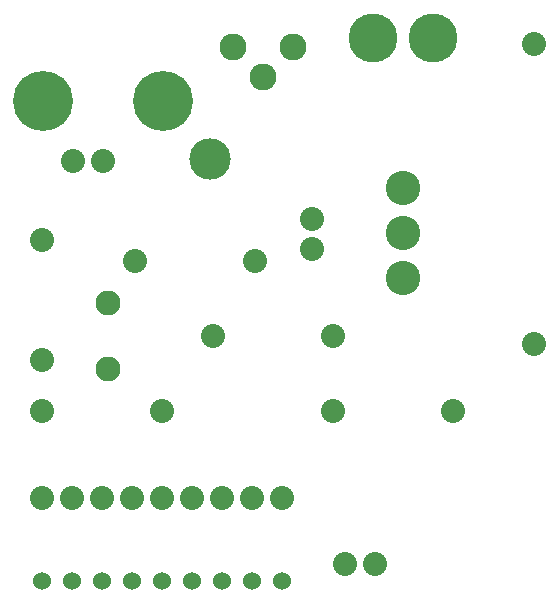
<source format=gbr>
G04 start of page 4 for group 7 layer_idx 4 *
G04 Title: (unknown), Intern *
G04 Creator: pcb-rnd 2.0.0 *
G04 CreationDate: 2018-06-06 15:15:13 UTC *
G04 For:  *
G04 Format: Gerber/RS-274X *
G04 PCB-Dimensions: 500000 500000 *
G04 PCB-Coordinate-Origin: lower left *
%MOIN*%
%FSLAX25Y25*%
%LNGROUP7*%
%ADD56C,0.0730*%
%ADD55C,0.0320*%
%ADD54C,0.0790*%
%ADD53C,0.0420*%
%ADD52C,0.0400*%
%ADD51C,0.0394*%
%ADD50C,0.0472*%
%ADD49C,0.1630*%
%ADD48C,0.0900*%
%ADD47C,0.1150*%
%ADD46C,0.2000*%
%ADD45C,0.0600*%
%ADD44C,0.0800*%
%ADD43C,0.1378*%
%ADD42C,0.0828*%
G54D42*X231000Y290660D03*
G54D43*X265000Y360660D03*
G54D42*X231000Y312660D03*
G54D44*X266000Y301660D03*
X240000Y326660D03*
X259000Y247660D03*
X269000D03*
X249000Y276660D03*
G54D45*X229001Y220273D03*
G54D44*X239000Y247660D03*
X249000D03*
X279000D03*
X280000Y326660D03*
X289000Y247660D03*
G54D45*X259001Y220273D03*
X249001D03*
X239001D03*
G54D44*X299000Y340660D03*
X306000Y276660D03*
Y301660D03*
X209000Y333660D03*
G54D46*X209500Y380160D03*
X249500D03*
G54D44*X219500Y360160D03*
X229500D03*
G54D47*X329500Y336000D03*
Y351000D03*
G54D48*X282880Y388000D03*
G54D44*X299000Y330660D03*
G54D47*X329500Y321000D03*
G54D44*X373000Y399160D03*
G54D49*X339500Y401000D03*
X319500D03*
G54D48*X272880Y398000D03*
X292880D03*
G54D44*X373000Y299160D03*
X209000Y293660D03*
X346000Y276660D03*
X209000D03*
G54D45*X219001Y220273D03*
X209001D03*
G54D44*X320000Y225660D03*
G54D45*X289001Y220273D03*
X279001D03*
X269001D03*
G54D44*X310000Y225660D03*
X209000Y247660D03*
X219000D03*
X229000D03*
G54D50*G54D51*G54D52*G54D51*G54D53*G54D52*G54D51*G54D52*G54D53*G54D51*G54D54*G54D55*G54D56*G54D45*G54D51*G54D56*G54D51*G54D56*G54D45*G54D51*G54D53*G54D51*G54D53*G54D51*G54D52*M02*

</source>
